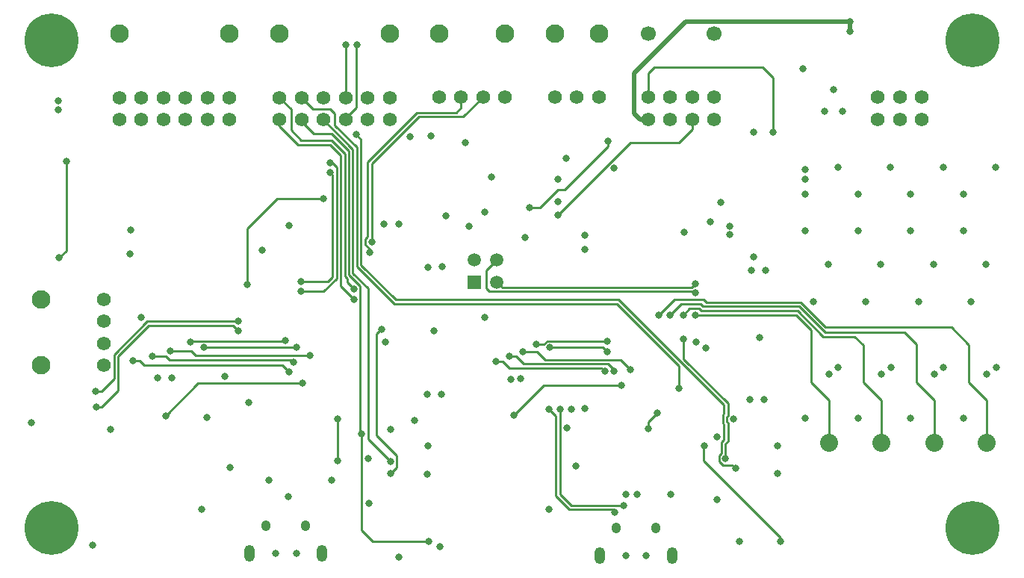
<source format=gbl>
G04*
G04 #@! TF.GenerationSoftware,Altium Limited,Altium Designer,18.1.9 (240)*
G04*
G04 Layer_Physical_Order=4*
G04 Layer_Color=16711680*
%FSLAX25Y25*%
%MOIN*%
G70*
G01*
G75*
%ADD14C,0.01000*%
%ADD100C,0.02000*%
%ADD103O,0.04134X0.04921*%
%ADD104O,0.04823X0.07480*%
%ADD105C,0.05906*%
%ADD106R,0.05906X0.05906*%
%ADD107C,0.08268*%
%ADD108C,0.06142*%
%ADD109C,0.08000*%
%ADD110C,0.06693*%
%ADD111C,0.24016*%
%ADD112C,0.03200*%
D14*
X317500Y280500D02*
X319400Y278600D01*
X316500Y280500D02*
X317500D01*
X440300Y287800D02*
Y290000D01*
X421000Y268500D02*
X440300Y287800D01*
X418000Y268500D02*
X421000D01*
X410000Y260500D02*
X418000Y268500D01*
X405500Y260500D02*
X410000D01*
X418000Y257101D02*
X450399Y289500D01*
X292894Y264394D02*
X313500D01*
X279500Y251000D02*
X292894Y264394D01*
X279500Y226000D02*
Y251000D01*
X418000Y257000D02*
Y257101D01*
X450399Y289500D02*
X472069D01*
X478008Y295439D01*
Y299890D01*
X328000Y293000D02*
X330200Y290800D01*
X318500Y297231D02*
Y302500D01*
X316500Y304500D02*
X318500Y302500D01*
X308685Y304500D02*
X316500D01*
X303630Y309555D02*
X308685Y304500D01*
X318500Y297231D02*
X328400Y287331D01*
Y234166D02*
Y287331D01*
X309000Y293500D02*
X317140D01*
X324800Y285840D01*
Y230529D02*
Y285840D01*
X323000Y229783D02*
Y284500D01*
X317000Y290500D02*
X323000Y284500D01*
X303500Y290500D02*
X317000D01*
X302000Y288500D02*
X316454D01*
X321200Y283754D01*
Y225328D02*
Y283754D01*
X313472Y299713D02*
X326600Y286585D01*
X330200Y234912D02*
Y290800D01*
Y234912D02*
X345713Y219399D01*
X319400Y228854D02*
Y278600D01*
X326600Y231274D02*
Y286585D01*
X316500Y276000D02*
X317600Y274900D01*
Y229600D02*
Y274900D01*
X328400Y234166D02*
X344967Y217599D01*
X444310D01*
X472248Y189661D01*
X345713Y219399D02*
X445055D01*
X492144Y172310D01*
X472248Y179919D02*
Y189661D01*
X492144Y168340D02*
Y172310D01*
X491800Y167996D02*
X492144Y168340D01*
X491800Y164102D02*
Y167996D01*
Y164102D02*
X492144Y163758D01*
Y156799D02*
Y163758D01*
X493944Y167595D02*
Y173056D01*
X493600Y167250D02*
X493944Y167595D01*
X493600Y164848D02*
Y167250D01*
Y164848D02*
X493944Y164504D01*
Y156053D02*
Y164504D01*
X313546Y223000D02*
X319400Y228854D01*
X315500Y227500D02*
X317600Y229600D01*
X326600Y231274D02*
X333400Y224474D01*
X324800Y230529D02*
X329900Y225429D01*
X323000Y229783D02*
X324000Y228783D01*
X321200Y225328D02*
X327000Y219528D01*
X324000Y227227D02*
Y228783D01*
Y227227D02*
X327000Y224227D01*
X329900Y159500D02*
Y225429D01*
X332100Y243940D02*
X334000Y242040D01*
X333157Y247400D02*
Y280703D01*
X332100Y246342D02*
X333157Y247400D01*
X332100Y243940D02*
Y246342D01*
X333157Y280703D02*
X355254Y302800D01*
X356000Y301000D02*
X375835D01*
X355254Y302800D02*
X372642D01*
X335000Y280000D02*
X356000Y301000D01*
X386000Y224500D02*
X387501Y222999D01*
X386000Y224500D02*
Y232429D01*
X414000Y170500D02*
X417188Y167312D01*
X418988Y146012D02*
Y170500D01*
X417188Y131766D02*
Y167312D01*
X418988Y146012D02*
X419000Y146000D01*
X417188Y131766D02*
X423254Y125700D01*
X234739Y209685D02*
X275500D01*
X220000Y194946D02*
X234739Y209685D01*
X220000Y184000D02*
Y194946D01*
X273115Y207885D02*
X275500Y205500D01*
X235485Y207885D02*
X273115D01*
X221800Y194200D02*
X235485Y207885D01*
X221800Y178800D02*
Y194200D01*
X214500Y171500D02*
X221800Y178800D01*
X212000Y171500D02*
X214500D01*
Y178500D02*
X220000Y184000D01*
X211713Y178500D02*
X214500D01*
X491094Y155748D02*
X492144Y156799D01*
X474217Y192783D02*
X493944Y173056D01*
X492894Y148463D02*
Y155003D01*
X493944Y156053D01*
X491094Y150764D02*
Y155748D01*
X489994Y149664D02*
X491094Y150764D01*
X489994Y147261D02*
Y149664D01*
Y147261D02*
X491692Y145563D01*
X495937D01*
X497500Y144000D01*
X483072Y147500D02*
Y153572D01*
Y147500D02*
X517500Y113072D01*
X483072Y153572D02*
X483500Y154000D01*
X517500Y111559D02*
Y113072D01*
X474217Y192783D02*
Y201726D01*
X479500Y212500D02*
X524425D01*
X468165D02*
X473165Y217500D01*
X525716Y216300D02*
X537304Y204713D01*
X482828Y216300D02*
X525716D01*
X481628Y217500D02*
X482828Y216300D01*
X463000Y212500D02*
X470028Y219528D01*
X483072D01*
X484500Y218100D01*
X473165Y217500D02*
X481628D01*
X481100Y215400D02*
X482000Y214500D01*
X476900Y215400D02*
X481100D01*
X474000Y212500D02*
X476900Y215400D01*
X482000Y214500D02*
X524971Y214500D01*
X536558Y202913D01*
X526462Y218100D02*
X537562Y207000D01*
X484500Y218100D02*
X526462Y218100D01*
X537562Y207000D02*
X593713D01*
X601500Y199213D01*
Y182484D02*
Y199213D01*
X554500Y182500D02*
Y199000D01*
X550587Y202913D02*
X554500Y199000D01*
X536558Y202913D02*
X550587D01*
X578000Y182425D02*
Y199500D01*
X572787Y204713D02*
X578000Y199500D01*
X537304Y204713D02*
X572787D01*
X531000Y182425D02*
Y205925D01*
X524425Y212500D02*
X531000Y205925D01*
X539000Y155537D02*
Y174425D01*
X531000Y182425D02*
X539000Y174425D01*
X609500Y155596D02*
Y174484D01*
X601500Y182484D02*
X609500Y174484D01*
X586000Y155537D02*
Y174425D01*
X578000Y182425D02*
X586000Y174425D01*
X479001Y222999D02*
X479500Y222500D01*
X554500Y182500D02*
X562500Y174500D01*
Y155612D02*
Y174500D01*
X374843Y305000D02*
Y309850D01*
X372642Y302800D02*
X374843Y305000D01*
X334000Y240500D02*
Y242040D01*
X375835Y301000D02*
X384685Y309850D01*
X335000Y245141D02*
Y280000D01*
X514000Y294000D02*
Y318500D01*
X509500Y323000D02*
X514000Y318500D01*
X461000Y323000D02*
X509500D01*
X458323Y320323D02*
X461000Y323000D01*
X329900Y159500D02*
X330500D01*
X333400Y156950D02*
X343350Y147000D01*
X333400Y156950D02*
Y224474D01*
X330500Y159500D02*
X330561Y159439D01*
X328000Y332500D02*
X328500Y333000D01*
X328000Y305000D02*
Y332500D01*
X323315Y300315D02*
X328000Y305000D01*
X323315Y299713D02*
Y300315D01*
Y309555D02*
Y333000D01*
X386000Y232429D02*
X390823Y237252D01*
Y227252D02*
X393276Y224799D01*
X458323Y164673D02*
X462500Y168850D01*
X477698Y224799D02*
X479399Y226500D01*
X393276Y224799D02*
X477698D01*
X479399Y226500D02*
X479500D01*
X387501Y222999D02*
X479001D01*
X337202Y158686D02*
Y204000D01*
Y158686D02*
X346250Y149637D01*
X337202Y204000D02*
X339202Y206000D01*
X458323Y161677D02*
Y164673D01*
X303500Y223000D02*
X313546D01*
X303500Y227500D02*
X315500D01*
X293787Y296713D02*
X302000Y288500D01*
X293787Y296713D02*
Y299713D01*
Y309555D02*
X299000Y304343D01*
Y295000D02*
Y304343D01*
Y295000D02*
X303500Y290500D01*
X330561Y116400D02*
Y159439D01*
X195500Y238000D02*
X198740Y241240D01*
Y281000D01*
X339202Y206000D02*
X339500D01*
X346250Y144435D02*
Y149637D01*
X343500Y141685D02*
X346250Y144435D01*
X303630Y298870D02*
Y299713D01*
Y298870D02*
X309000Y293500D01*
X330561Y116400D02*
X335402Y111559D01*
X360500D01*
X411861Y181000D02*
X446500D01*
X398500Y167640D02*
X411861Y181000D01*
X257500Y182000D02*
X304000D01*
X243000Y167500D02*
X257500Y182000D01*
X254557Y200900D02*
X296600D01*
X295000Y190000D02*
X298000Y187000D01*
X299000Y192500D02*
X300000Y191500D01*
X244749Y192500D02*
X299000D01*
X243249Y194000D02*
X244749Y192500D01*
X233500Y190000D02*
X295000D01*
X231500Y192000D02*
X233500Y190000D01*
X228500Y192000D02*
X231500D01*
X237000Y194000D02*
X243249D01*
X256500Y194427D02*
X307500D01*
X254577Y196350D02*
X256500Y194427D01*
X245000Y196350D02*
X254577D01*
X260157Y198000D02*
X301500D01*
X296600Y200900D02*
Y201000D01*
X254157Y200500D02*
X254557Y200900D01*
X442300Y125700D02*
X443500Y124500D01*
X423254Y125700D02*
X442300D01*
X424000Y127500D02*
X447500D01*
X419000Y132500D02*
X424000Y127500D01*
X419000Y132500D02*
Y146000D01*
X437600Y188900D02*
X439000Y187500D01*
X443000D02*
Y188000D01*
X446000Y192500D02*
X450500Y188000D01*
X412427Y192500D02*
X446000D01*
X440300Y190700D02*
X443000Y188000D01*
X396328Y188900D02*
X437600D01*
X393481Y191746D02*
X396328Y188900D01*
X390500Y191746D02*
X393481D01*
X402800Y190700D02*
X440300D01*
X399500Y194000D02*
X402800Y190700D01*
X396500Y194000D02*
X399500D01*
X408927Y196000D02*
X412427Y192500D01*
X402500Y196000D02*
X408927D01*
X413299Y200900D02*
X440000D01*
X411899Y199500D02*
X413299Y200900D01*
X438000Y198000D02*
X440000Y196000D01*
X414500Y198000D02*
X438000D01*
X408500Y199500D02*
X411899D01*
X319681Y147500D02*
Y166049D01*
X458323Y309732D02*
Y320323D01*
D100*
X548500Y339000D02*
Y343569D01*
X475069D02*
X548500D01*
X452000Y320500D02*
X475069Y343569D01*
X452000Y302500D02*
Y320500D01*
Y302500D02*
X454610Y299890D01*
X458323D01*
D103*
X461610Y117303D02*
D03*
X444091D02*
D03*
X305333Y118581D02*
D03*
X287813D02*
D03*
D104*
X468943Y105000D02*
D03*
X436758D02*
D03*
X312665Y106278D02*
D03*
X280480D02*
D03*
D105*
X390823Y237252D02*
D03*
Y227252D02*
D03*
X380823Y237252D02*
D03*
D106*
Y227252D02*
D03*
D107*
X222287Y338000D02*
D03*
X271500D02*
D03*
X365000D02*
D03*
X394528D02*
D03*
X187350Y190000D02*
D03*
Y219528D02*
D03*
X416709Y338000D02*
D03*
X436394D02*
D03*
X343000D02*
D03*
X293787D02*
D03*
D108*
X271500Y309555D02*
D03*
X261658D02*
D03*
X251815D02*
D03*
X241972D02*
D03*
X232130D02*
D03*
X222287D02*
D03*
X271500Y299713D02*
D03*
X261658D02*
D03*
X251815D02*
D03*
X241972D02*
D03*
X232130D02*
D03*
X222287D02*
D03*
X560815Y309732D02*
D03*
X580500Y299890D02*
D03*
X570657D02*
D03*
X560815D02*
D03*
X570657Y309732D02*
D03*
X580500D02*
D03*
X365000Y309850D02*
D03*
X374843D02*
D03*
X384685D02*
D03*
X394528D02*
D03*
X215500Y190000D02*
D03*
Y199843D02*
D03*
Y209685D02*
D03*
Y219528D02*
D03*
X416709Y309850D02*
D03*
X426551D02*
D03*
X436394D02*
D03*
X293787Y299713D02*
D03*
X303630D02*
D03*
X313472D02*
D03*
X323315D02*
D03*
X333157D02*
D03*
X343000D02*
D03*
X293787Y309555D02*
D03*
X303630D02*
D03*
X313472D02*
D03*
X323315D02*
D03*
X333157D02*
D03*
X343000D02*
D03*
X487850Y299890D02*
D03*
Y309732D02*
D03*
X458323D02*
D03*
X478008Y299890D02*
D03*
X468165D02*
D03*
X458323D02*
D03*
X468165Y309732D02*
D03*
X478008D02*
D03*
D109*
X539000Y155537D02*
D03*
X562500Y155612D02*
D03*
X586000Y155537D02*
D03*
X609500Y155596D02*
D03*
D110*
X487850Y338000D02*
D03*
X458323D02*
D03*
D111*
X603000Y335000D02*
D03*
X192000D02*
D03*
X603037Y117500D02*
D03*
X192000D02*
D03*
D112*
X504335Y232500D02*
D03*
X301500Y106278D02*
D03*
X292000D02*
D03*
X457500Y105000D02*
D03*
X448323D02*
D03*
X316500Y280500D02*
D03*
X440300Y290000D02*
D03*
X405500Y260500D02*
D03*
X418000Y263000D02*
D03*
X313500Y264394D02*
D03*
X486039Y254000D02*
D03*
X494665Y252000D02*
D03*
Y248500D02*
D03*
X279500Y226000D02*
D03*
X286000Y241500D02*
D03*
X418000Y257000D02*
D03*
X490865Y262760D02*
D03*
X505506Y238598D02*
D03*
X528500Y277500D02*
D03*
Y273000D02*
D03*
X430000Y241799D02*
D03*
Y248000D02*
D03*
X403500Y247126D02*
D03*
X328000Y293000D02*
D03*
X316500Y276000D02*
D03*
X472248Y179919D02*
D03*
X496500Y166049D02*
D03*
X414000Y170500D02*
D03*
X424000D02*
D03*
X418988D02*
D03*
X401500Y184166D02*
D03*
X365425Y109000D02*
D03*
X210531Y109622D02*
D03*
X218500Y161597D02*
D03*
X261500Y166941D02*
D03*
X259000Y125911D02*
D03*
X183000Y164500D02*
D03*
X275500Y205500D02*
D03*
Y209685D02*
D03*
X212000Y171500D02*
D03*
X211713Y178500D02*
D03*
X497500Y144000D02*
D03*
X517500Y111559D02*
D03*
X499000Y111500D02*
D03*
X479740Y200536D02*
D03*
X474217Y201726D02*
D03*
X479500Y212500D02*
D03*
X468165D02*
D03*
X463000D02*
D03*
X474000D02*
D03*
X479500Y222500D02*
D03*
X527500Y322500D02*
D03*
X505500Y294018D02*
D03*
X514000Y294000D02*
D03*
X335000Y245141D02*
D03*
X334000Y240500D02*
D03*
X330500Y159500D02*
D03*
X347000Y253000D02*
D03*
X340350Y253049D02*
D03*
X328500Y333000D02*
D03*
X323315D02*
D03*
X421650Y282500D02*
D03*
X443000Y278000D02*
D03*
X378500Y252000D02*
D03*
X368000Y256638D02*
D03*
X361500Y292500D02*
D03*
X352205Y292000D02*
D03*
X376898Y289500D02*
D03*
X385500Y258500D02*
D03*
X388500Y274150D02*
D03*
X418000Y273000D02*
D03*
X462500Y168850D02*
D03*
X479500Y226500D02*
D03*
X360201Y233894D02*
D03*
X366606Y234000D02*
D03*
X366150Y177000D02*
D03*
X359850D02*
D03*
X341000Y200374D02*
D03*
X362795Y205500D02*
D03*
X510000Y174874D02*
D03*
X503688D02*
D03*
X484059Y197636D02*
D03*
X508000Y202500D02*
D03*
X510650Y232500D02*
D03*
X516000Y154262D02*
D03*
X489244Y158000D02*
D03*
Y130244D02*
D03*
X227500Y250500D02*
D03*
X333906Y128406D02*
D03*
X343500Y161500D02*
D03*
X245807Y184585D02*
D03*
X453323Y132323D02*
D03*
X468311Y132500D02*
D03*
X422000Y162000D02*
D03*
X269500Y185000D02*
D03*
X298000Y252500D02*
D03*
X414000Y125911D02*
D03*
X360000Y154234D02*
D03*
X333461Y148463D02*
D03*
X317000Y138884D02*
D03*
X297665Y131335D02*
D03*
X541000Y313000D02*
D03*
X545000Y303500D02*
D03*
X537000D02*
D03*
X575500Y166500D02*
D03*
Y250000D02*
D03*
X590000Y278459D02*
D03*
X590150Y189136D02*
D03*
X579000Y218500D02*
D03*
X552000Y166575D02*
D03*
Y250075D02*
D03*
X566500Y278533D02*
D03*
X566650Y189211D02*
D03*
X555500Y218575D02*
D03*
X528500Y166500D02*
D03*
Y250000D02*
D03*
X543000Y278459D02*
D03*
X543150Y189136D02*
D03*
X532000Y218500D02*
D03*
X599000Y166559D02*
D03*
X613650Y189195D02*
D03*
X602500Y218559D02*
D03*
X599000Y250059D02*
D03*
X613500Y278518D02*
D03*
X474500Y249575D02*
D03*
X430000Y170799D02*
D03*
X483500Y154000D02*
D03*
X492894Y148463D02*
D03*
X516000Y141685D02*
D03*
X458323Y161677D02*
D03*
X303500Y223000D02*
D03*
Y227500D02*
D03*
X327000Y224227D02*
D03*
Y219528D02*
D03*
X195500Y238000D02*
D03*
X198740Y281000D02*
D03*
X227000Y239650D02*
D03*
X195000Y304000D02*
D03*
Y308000D02*
D03*
X339500Y206000D02*
D03*
X343500Y141685D02*
D03*
X343350Y147000D02*
D03*
X359665Y141612D02*
D03*
X446500Y181000D02*
D03*
X398500Y167640D02*
D03*
X304000Y182000D02*
D03*
X243000Y167500D02*
D03*
X232000Y211415D02*
D03*
X298000Y187000D02*
D03*
X300000Y191500D02*
D03*
X307500Y194427D02*
D03*
X296600Y201000D02*
D03*
X301500Y198000D02*
D03*
X228500Y192000D02*
D03*
X237000Y194000D02*
D03*
X245000Y196350D02*
D03*
X260157Y198000D02*
D03*
X254157Y200500D02*
D03*
X448323Y132323D02*
D03*
X443500Y124500D02*
D03*
X447500Y127500D02*
D03*
X439000Y187500D02*
D03*
X443000D02*
D03*
X450500Y188000D02*
D03*
X390500Y191746D02*
D03*
X396500Y194000D02*
D03*
X402500Y196000D02*
D03*
X440000Y200900D02*
D03*
Y196000D02*
D03*
X414500Y198000D02*
D03*
X408500Y199500D02*
D03*
X397000Y183856D02*
D03*
X385500Y211500D02*
D03*
X280000Y173463D02*
D03*
X289000Y138884D02*
D03*
X239500Y184500D02*
D03*
X426000Y145000D02*
D03*
X360500Y111559D02*
D03*
X319681Y147500D02*
D03*
Y166049D02*
D03*
X271657Y144500D02*
D03*
X347098Y104500D02*
D03*
X354104Y165612D02*
D03*
X538740Y235075D02*
D03*
X562240D02*
D03*
X585740Y235000D02*
D03*
X609240Y235059D02*
D03*
X528500Y266500D02*
D03*
X552000D02*
D03*
X575500D02*
D03*
X599000D02*
D03*
X548500Y343569D02*
D03*
Y339000D02*
D03*
X586000Y186000D02*
D03*
X562500Y186075D02*
D03*
X539000Y186000D02*
D03*
X609500Y186059D02*
D03*
M02*

</source>
